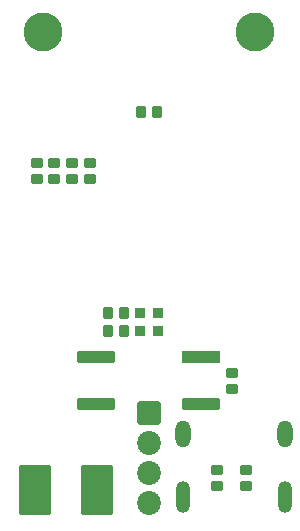
<source format=gbs>
G04*
G04 #@! TF.GenerationSoftware,Altium Limited,Altium Designer,23.3.1 (30)*
G04*
G04 Layer_Color=16711935*
%FSLAX43Y43*%
%MOMM*%
G71*
G04*
G04 #@! TF.SameCoordinates,291B95C8-E4AE-492A-8979-900EF43719B7*
G04*
G04*
G04 #@! TF.FilePolarity,Negative*
G04*
G01*
G75*
G04:AMPARAMS|DCode=38|XSize=0.8mm|YSize=1mm|CornerRadius=0.12mm|HoleSize=0mm|Usage=FLASHONLY|Rotation=180.000|XOffset=0mm|YOffset=0mm|HoleType=Round|Shape=RoundedRectangle|*
%AMROUNDEDRECTD38*
21,1,0.800,0.760,0,0,180.0*
21,1,0.560,1.000,0,0,180.0*
1,1,0.240,-0.280,0.380*
1,1,0.240,0.280,0.380*
1,1,0.240,0.280,-0.380*
1,1,0.240,-0.280,-0.380*
%
%ADD38ROUNDEDRECTD38*%
G04:AMPARAMS|DCode=39|XSize=0.8mm|YSize=1mm|CornerRadius=0.12mm|HoleSize=0mm|Usage=FLASHONLY|Rotation=270.000|XOffset=0mm|YOffset=0mm|HoleType=Round|Shape=RoundedRectangle|*
%AMROUNDEDRECTD39*
21,1,0.800,0.760,0,0,270.0*
21,1,0.560,1.000,0,0,270.0*
1,1,0.240,-0.380,-0.280*
1,1,0.240,-0.380,0.280*
1,1,0.240,0.380,0.280*
1,1,0.240,0.380,-0.280*
%
%ADD39ROUNDEDRECTD39*%
G04:AMPARAMS|DCode=41|XSize=2.765mm|YSize=4.29mm|CornerRadius=0.317mm|HoleSize=0mm|Usage=FLASHONLY|Rotation=180.000|XOffset=0mm|YOffset=0mm|HoleType=Round|Shape=RoundedRectangle|*
%AMROUNDEDRECTD41*
21,1,2.765,3.657,0,0,180.0*
21,1,2.132,4.290,0,0,180.0*
1,1,0.633,-1.066,1.829*
1,1,0.633,1.066,1.829*
1,1,0.633,1.066,-1.829*
1,1,0.633,-1.066,-1.829*
%
%ADD41ROUNDEDRECTD41*%
G04:AMPARAMS|DCode=42|XSize=0.85mm|YSize=1.06mm|CornerRadius=0.125mm|HoleSize=0mm|Usage=FLASHONLY|Rotation=0.000|XOffset=0mm|YOffset=0mm|HoleType=Round|Shape=RoundedRectangle|*
%AMROUNDEDRECTD42*
21,1,0.850,0.810,0,0,0.0*
21,1,0.600,1.060,0,0,0.0*
1,1,0.250,0.300,-0.405*
1,1,0.250,-0.300,-0.405*
1,1,0.250,-0.300,0.405*
1,1,0.250,0.300,0.405*
%
%ADD42ROUNDEDRECTD42*%
G04:AMPARAMS|DCode=51|XSize=0.85mm|YSize=1.06mm|CornerRadius=0.125mm|HoleSize=0mm|Usage=FLASHONLY|Rotation=270.000|XOffset=0mm|YOffset=0mm|HoleType=Round|Shape=RoundedRectangle|*
%AMROUNDEDRECTD51*
21,1,0.850,0.810,0,0,270.0*
21,1,0.600,1.060,0,0,270.0*
1,1,0.250,-0.405,-0.300*
1,1,0.250,-0.405,0.300*
1,1,0.250,0.405,0.300*
1,1,0.250,0.405,-0.300*
%
%ADD51ROUNDEDRECTD51*%
%ADD52C,3.300*%
%ADD53C,2.025*%
G04:AMPARAMS|DCode=54|XSize=2.025mm|YSize=2.025mm|CornerRadius=0.242mm|HoleSize=0mm|Usage=FLASHONLY|Rotation=270.000|XOffset=0mm|YOffset=0mm|HoleType=Round|Shape=RoundedRectangle|*
%AMROUNDEDRECTD54*
21,1,2.025,1.540,0,0,270.0*
21,1,1.540,2.025,0,0,270.0*
1,1,0.485,-0.770,-0.770*
1,1,0.485,-0.770,0.770*
1,1,0.485,0.770,0.770*
1,1,0.485,0.770,-0.770*
%
%ADD54ROUNDEDRECTD54*%
%ADD55O,1.303X2.303*%
%ADD56O,1.200X2.700*%
G04:AMPARAMS|DCode=68|XSize=0.9mm|YSize=0.9mm|CornerRadius=0.13mm|HoleSize=0mm|Usage=FLASHONLY|Rotation=0.000|XOffset=0mm|YOffset=0mm|HoleType=Round|Shape=RoundedRectangle|*
%AMROUNDEDRECTD68*
21,1,0.900,0.640,0,0,0.0*
21,1,0.640,0.900,0,0,0.0*
1,1,0.260,0.320,-0.320*
1,1,0.260,-0.320,-0.320*
1,1,0.260,-0.320,0.320*
1,1,0.260,0.320,0.320*
%
%ADD68ROUNDEDRECTD68*%
G04:AMPARAMS|DCode=69|XSize=1.1mm|YSize=3.2mm|CornerRadius=0.15mm|HoleSize=0mm|Usage=FLASHONLY|Rotation=90.000|XOffset=0mm|YOffset=0mm|HoleType=Round|Shape=RoundedRectangle|*
%AMROUNDEDRECTD69*
21,1,1.100,2.900,0,0,90.0*
21,1,0.800,3.200,0,0,90.0*
1,1,0.300,1.450,0.400*
1,1,0.300,1.450,-0.400*
1,1,0.300,-1.450,-0.400*
1,1,0.300,-1.450,0.400*
%
%ADD69ROUNDEDRECTD69*%
%ADD70R,3.200X1.100*%
D38*
X10435Y16250D02*
D03*
X9065Y16250D02*
D03*
X10435Y17750D02*
D03*
X9065D02*
D03*
D39*
X4500Y29065D02*
D03*
Y30435D02*
D03*
X7500Y29065D02*
D03*
Y30435D02*
D03*
X19500Y11315D02*
D03*
Y12685D02*
D03*
X18250Y3065D02*
D03*
Y4435D02*
D03*
X20750Y3065D02*
D03*
Y4435D02*
D03*
D41*
X2900Y2750D02*
D03*
X8100D02*
D03*
D42*
X11800Y34750D02*
D03*
X13200D02*
D03*
D51*
X3000Y29050D02*
D03*
Y30450D02*
D03*
X6000Y29050D02*
D03*
Y30450D02*
D03*
D52*
X21500Y41500D02*
D03*
X3500Y41500D02*
D03*
D53*
X12500Y1690D02*
D03*
Y4230D02*
D03*
Y6770D02*
D03*
D54*
Y9310D02*
D03*
D55*
X24070Y7500D02*
D03*
X15430D02*
D03*
D56*
X24070Y2140D02*
D03*
X15430D02*
D03*
D68*
X13250Y16250D02*
D03*
X11750D02*
D03*
Y17750D02*
D03*
X13250Y17750D02*
D03*
D69*
X8050Y14000D02*
D03*
X16950Y10000D02*
D03*
X8050D02*
D03*
D70*
X16950Y14000D02*
D03*
M02*

</source>
